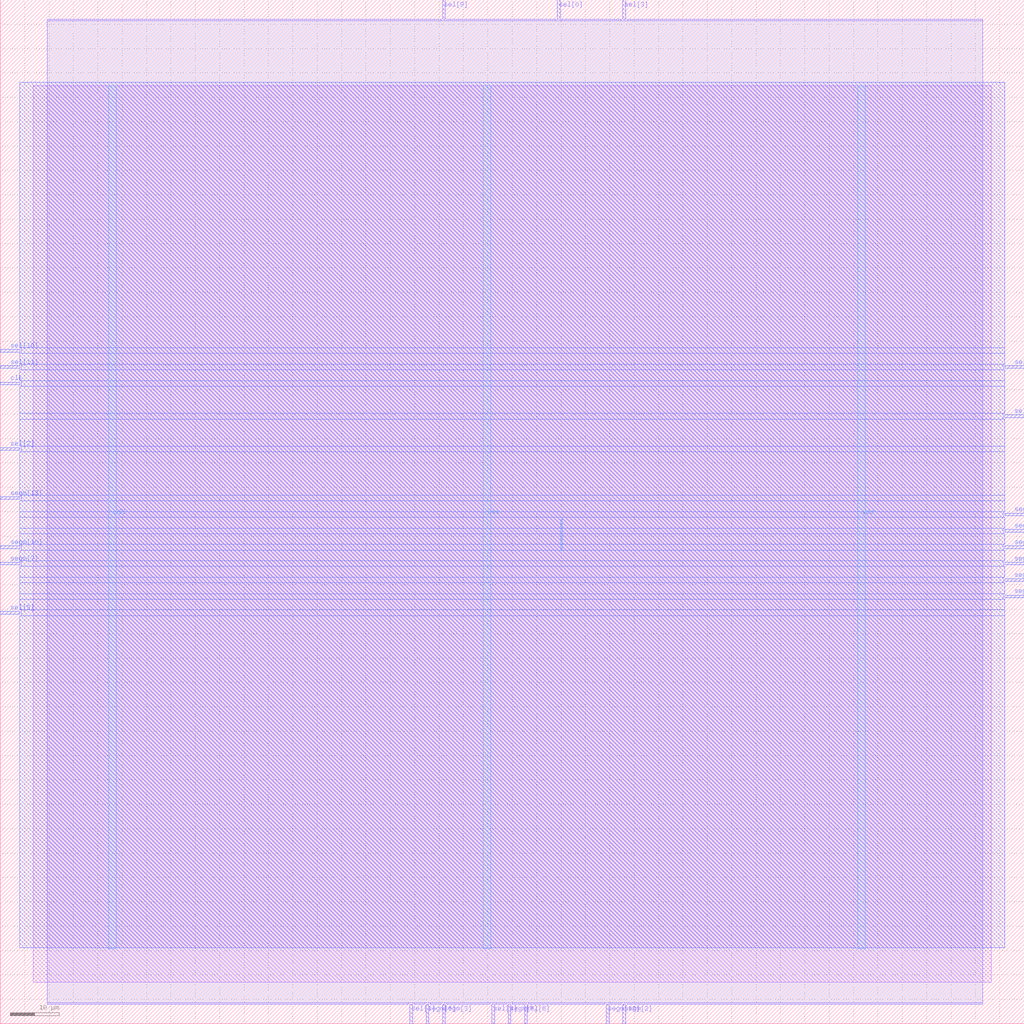
<source format=lef>
VERSION 5.7 ;
  NOWIREEXTENSIONATPIN ON ;
  DIVIDERCHAR "/" ;
  BUSBITCHARS "[]" ;
MACRO ita58
  CLASS BLOCK ;
  FOREIGN ita58 ;
  ORIGIN 0.000 0.000 ;
  SIZE 210.000 BY 210.000 ;
  PIN clk
    DIRECTION INPUT ;
    USE SIGNAL ;
    ANTENNAGATEAREA 4.738000 ;
    ANTENNADIFFAREA 0.410400 ;
    PORT
      LAYER Metal3 ;
        RECT 0.000 131.040 4.000 131.600 ;
    END
  END clk
  PIN segm[0]
    DIRECTION OUTPUT TRISTATE ;
    USE SIGNAL ;
    ANTENNADIFFAREA 0.360800 ;
    PORT
      LAYER Metal3 ;
        RECT 206.000 104.160 210.000 104.720 ;
    END
  END segm[0]
  PIN segm[10]
    DIRECTION OUTPUT TRISTATE ;
    USE SIGNAL ;
    ANTENNADIFFAREA 4.731200 ;
    PORT
      LAYER Metal3 ;
        RECT 0.000 97.440 4.000 98.000 ;
    END
  END segm[10]
  PIN segm[11]
    DIRECTION OUTPUT TRISTATE ;
    USE SIGNAL ;
    ANTENNADIFFAREA 4.731200 ;
    PORT
      LAYER Metal3 ;
        RECT 206.000 94.080 210.000 94.640 ;
    END
  END segm[11]
  PIN segm[12]
    DIRECTION OUTPUT TRISTATE ;
    USE SIGNAL ;
    ANTENNADIFFAREA 4.731200 ;
    PORT
      LAYER Metal2 ;
        RECT 124.320 0.000 124.880 4.000 ;
    END
  END segm[12]
  PIN segm[13]
    DIRECTION OUTPUT TRISTATE ;
    USE SIGNAL ;
    ANTENNADIFFAREA 4.731200 ;
    PORT
      LAYER Metal3 ;
        RECT 0.000 107.520 4.000 108.080 ;
    END
  END segm[13]
  PIN segm[1]
    DIRECTION OUTPUT TRISTATE ;
    USE SIGNAL ;
    ANTENNADIFFAREA 4.731200 ;
    PORT
      LAYER Metal3 ;
        RECT 206.000 87.360 210.000 87.920 ;
    END
  END segm[1]
  PIN segm[2]
    DIRECTION OUTPUT TRISTATE ;
    USE SIGNAL ;
    ANTENNADIFFAREA 4.731200 ;
    PORT
      LAYER Metal2 ;
        RECT 127.680 0.000 128.240 4.000 ;
    END
  END segm[2]
  PIN segm[3]
    DIRECTION OUTPUT TRISTATE ;
    USE SIGNAL ;
    ANTENNADIFFAREA 0.360800 ;
    PORT
      LAYER Metal2 ;
        RECT 90.720 0.000 91.280 4.000 ;
    END
  END segm[3]
  PIN segm[4]
    DIRECTION OUTPUT TRISTATE ;
    USE SIGNAL ;
    ANTENNADIFFAREA 4.731200 ;
    PORT
      LAYER Metal3 ;
        RECT 206.000 90.720 210.000 91.280 ;
    END
  END segm[4]
  PIN segm[5]
    DIRECTION OUTPUT TRISTATE ;
    USE SIGNAL ;
    ANTENNADIFFAREA 4.731200 ;
    PORT
      LAYER Metal2 ;
        RECT 104.160 0.000 104.720 4.000 ;
    END
  END segm[5]
  PIN segm[6]
    DIRECTION OUTPUT TRISTATE ;
    USE SIGNAL ;
    ANTENNADIFFAREA 4.731200 ;
    PORT
      LAYER Metal2 ;
        RECT 87.360 0.000 87.920 4.000 ;
    END
  END segm[6]
  PIN segm[7]
    DIRECTION OUTPUT TRISTATE ;
    USE SIGNAL ;
    ANTENNADIFFAREA 4.731200 ;
    PORT
      LAYER Metal3 ;
        RECT 0.000 94.080 4.000 94.640 ;
    END
  END segm[7]
  PIN segm[8]
    DIRECTION OUTPUT TRISTATE ;
    USE SIGNAL ;
    ANTENNADIFFAREA 4.731200 ;
    PORT
      LAYER Metal3 ;
        RECT 206.000 100.800 210.000 101.360 ;
    END
  END segm[8]
  PIN segm[9]
    DIRECTION OUTPUT TRISTATE ;
    USE SIGNAL ;
    ANTENNADIFFAREA 4.731200 ;
    PORT
      LAYER Metal3 ;
        RECT 206.000 97.440 210.000 98.000 ;
    END
  END segm[9]
  PIN sel[0]
    DIRECTION OUTPUT TRISTATE ;
    USE SIGNAL ;
    ANTENNADIFFAREA 4.731200 ;
    PORT
      LAYER Metal2 ;
        RECT 114.240 206.000 114.800 210.000 ;
    END
  END sel[0]
  PIN sel[10]
    DIRECTION OUTPUT TRISTATE ;
    USE SIGNAL ;
    ANTENNADIFFAREA 4.731200 ;
    PORT
      LAYER Metal3 ;
        RECT 0.000 137.760 4.000 138.320 ;
    END
  END sel[10]
  PIN sel[11]
    DIRECTION OUTPUT TRISTATE ;
    USE SIGNAL ;
    ANTENNADIFFAREA 4.731200 ;
    PORT
      LAYER Metal3 ;
        RECT 0.000 134.400 4.000 134.960 ;
    END
  END sel[11]
  PIN sel[1]
    DIRECTION OUTPUT TRISTATE ;
    USE SIGNAL ;
    ANTENNADIFFAREA 4.731200 ;
    PORT
      LAYER Metal2 ;
        RECT 84.000 0.000 84.560 4.000 ;
    END
  END sel[1]
  PIN sel[2]
    DIRECTION OUTPUT TRISTATE ;
    USE SIGNAL ;
    ANTENNADIFFAREA 4.731200 ;
    PORT
      LAYER Metal3 ;
        RECT 0.000 117.600 4.000 118.160 ;
    END
  END sel[2]
  PIN sel[3]
    DIRECTION OUTPUT TRISTATE ;
    USE SIGNAL ;
    ANTENNADIFFAREA 4.731200 ;
    PORT
      LAYER Metal2 ;
        RECT 127.680 206.000 128.240 210.000 ;
    END
  END sel[3]
  PIN sel[4]
    DIRECTION OUTPUT TRISTATE ;
    USE SIGNAL ;
    ANTENNADIFFAREA 4.731200 ;
    PORT
      LAYER Metal2 ;
        RECT 100.800 0.000 101.360 4.000 ;
    END
  END sel[4]
  PIN sel[5]
    DIRECTION OUTPUT TRISTATE ;
    USE SIGNAL ;
    ANTENNADIFFAREA 4.731200 ;
    PORT
      LAYER Metal3 ;
        RECT 0.000 84.000 4.000 84.560 ;
    END
  END sel[5]
  PIN sel[6]
    DIRECTION OUTPUT TRISTATE ;
    USE SIGNAL ;
    ANTENNADIFFAREA 4.731200 ;
    PORT
      LAYER Metal2 ;
        RECT 107.520 0.000 108.080 4.000 ;
    END
  END sel[6]
  PIN sel[7]
    DIRECTION OUTPUT TRISTATE ;
    USE SIGNAL ;
    ANTENNADIFFAREA 4.731200 ;
    PORT
      LAYER Metal3 ;
        RECT 206.000 124.320 210.000 124.880 ;
    END
  END sel[7]
  PIN sel[8]
    DIRECTION OUTPUT TRISTATE ;
    USE SIGNAL ;
    ANTENNADIFFAREA 4.731200 ;
    PORT
      LAYER Metal3 ;
        RECT 206.000 134.400 210.000 134.960 ;
    END
  END sel[8]
  PIN sel[9]
    DIRECTION OUTPUT TRISTATE ;
    USE SIGNAL ;
    ANTENNADIFFAREA 4.731200 ;
    PORT
      LAYER Metal2 ;
        RECT 90.720 206.000 91.280 210.000 ;
    END
  END sel[9]
  PIN vdd
    DIRECTION INOUT ;
    USE POWER ;
    PORT
      LAYER Metal4 ;
        RECT 22.240 15.380 23.840 192.380 ;
    END
    PORT
      LAYER Metal4 ;
        RECT 175.840 15.380 177.440 192.380 ;
    END
  END vdd
  PIN vss
    DIRECTION INOUT ;
    USE GROUND ;
    PORT
      LAYER Metal4 ;
        RECT 99.040 15.380 100.640 192.380 ;
    END
  END vss
  OBS
      LAYER Metal1 ;
        RECT 6.720 8.550 203.280 192.380 ;
      LAYER Metal2 ;
        RECT 9.660 205.700 90.420 206.000 ;
        RECT 91.580 205.700 113.940 206.000 ;
        RECT 115.100 205.700 127.380 206.000 ;
        RECT 128.540 205.700 201.460 206.000 ;
        RECT 9.660 4.300 201.460 205.700 ;
        RECT 9.660 4.000 83.700 4.300 ;
        RECT 84.860 4.000 87.060 4.300 ;
        RECT 88.220 4.000 90.420 4.300 ;
        RECT 91.580 4.000 100.500 4.300 ;
        RECT 101.660 4.000 103.860 4.300 ;
        RECT 105.020 4.000 107.220 4.300 ;
        RECT 108.380 4.000 124.020 4.300 ;
        RECT 125.180 4.000 127.380 4.300 ;
        RECT 128.540 4.000 201.460 4.300 ;
      LAYER Metal3 ;
        RECT 4.000 138.620 206.000 193.060 ;
        RECT 4.300 137.460 206.000 138.620 ;
        RECT 4.000 135.260 206.000 137.460 ;
        RECT 4.300 134.100 205.700 135.260 ;
        RECT 4.000 131.900 206.000 134.100 ;
        RECT 4.300 130.740 206.000 131.900 ;
        RECT 4.000 125.180 206.000 130.740 ;
        RECT 4.000 124.020 205.700 125.180 ;
        RECT 4.000 118.460 206.000 124.020 ;
        RECT 4.300 117.300 206.000 118.460 ;
        RECT 4.000 108.380 206.000 117.300 ;
        RECT 4.300 107.220 206.000 108.380 ;
        RECT 4.000 105.020 206.000 107.220 ;
        RECT 4.000 103.860 205.700 105.020 ;
        RECT 4.000 101.660 206.000 103.860 ;
        RECT 4.000 100.500 205.700 101.660 ;
        RECT 4.000 98.300 206.000 100.500 ;
        RECT 4.300 97.140 205.700 98.300 ;
        RECT 4.000 94.940 206.000 97.140 ;
        RECT 4.300 93.780 205.700 94.940 ;
        RECT 4.000 91.580 206.000 93.780 ;
        RECT 4.000 90.420 205.700 91.580 ;
        RECT 4.000 88.220 206.000 90.420 ;
        RECT 4.000 87.060 205.700 88.220 ;
        RECT 4.000 84.860 206.000 87.060 ;
        RECT 4.300 83.700 206.000 84.860 ;
        RECT 4.000 15.540 206.000 83.700 ;
      LAYER Metal4 ;
        RECT 114.940 96.970 115.220 103.510 ;
  END
END ita58
END LIBRARY


</source>
